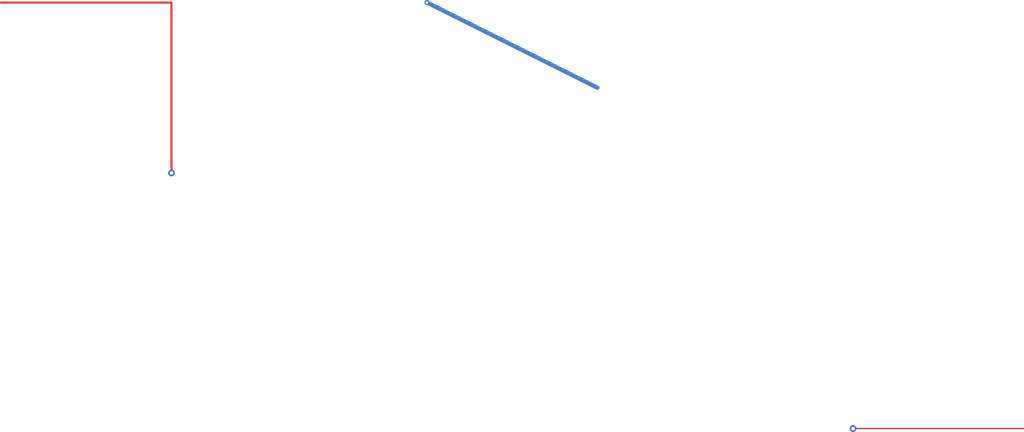
<source format=kicad_pcb>
(kicad_pcb
	(version 20211014)
	(generator pcbnew)
	(general
		(thickness 1.6)
	)
	(layers
		(0 "F.Cu" signal)
		(31 "B.Cu" signal)
	)
	(net 0 "")
	(net 1 "GND")
	(net 2 "+5V")
	(net 3 "DATA")

	(segment
		(start 100 50)
		(end 120 50)
		(width 0.25)
		(layer "F.Cu")
		(net 1)
		(uuid "11111111-1111-1111-1111-111111111111")
	)
	(segment
		(start 120 50)
		(end 120 70)
		(width 0.25)
		(layer "F.Cu")
		(net 1)
		(uuid "22222222-2222-2222-2222-222222222222")
	)
	(segment
		(start 150 50)
		(end 170 60)
		(width 0.5)
		(layer "B.Cu")
		(net 2)
		(locked)
		(uuid "33333333-3333-3333-3333-333333333333")
	)
	(segment
		(start 200 100)
		(end 220 100)
		(width 0.15)
		(layer "F.Cu")
		(net 3)
		(uuid "44444444-4444-4444-4444-444444444444")
	)

	(via
		(at 120 70)
		(size 0.8)
		(drill 0.4)
		(layers "F.Cu" "B.Cu")
		(net 1)
		(uuid "aaaaaaaa-aaaa-aaaa-aaaa-aaaaaaaaaaaa")
	)
	(via
		(at 150 50)
		(size 0.6)
		(drill 0.3)
		(layers "F.Cu" "B.Cu")
		(net 2)
		(locked)
		(uuid "bbbbbbbb-bbbb-bbbb-bbbb-bbbbbbbbbbbb")
	)
	(via
		(at 200 100)
		(size 0.8)
		(drill 0.4)
		(layers "F.Cu" "B.Cu")
		(net 3)
		(uuid "cccccccc-cccc-cccc-cccc-cccccccccccc")
	)
)

</source>
